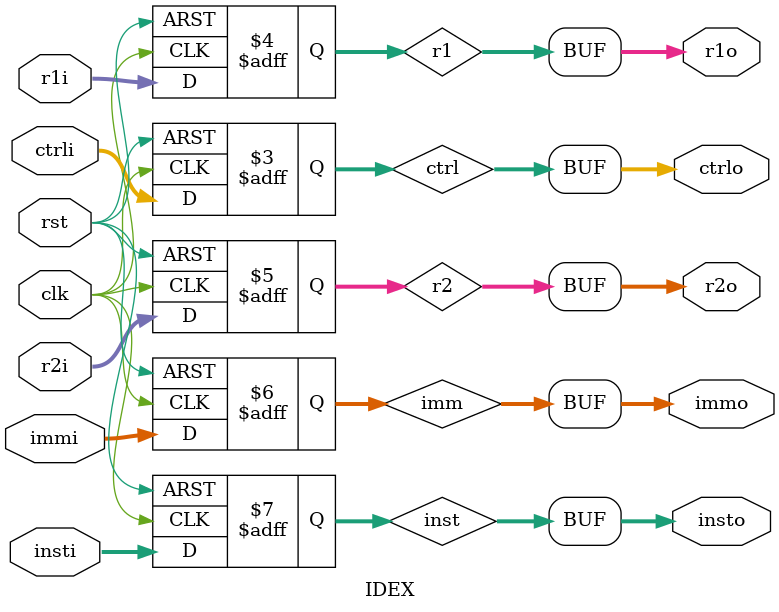
<source format=v>
module IDEX(rst, clk, ctrli, r1i, r2i, immi, insti, ctrlo, r1o, r2o, immo, insto);
input rst, clk;
input[6:0] ctrli;
input[31:0] r1i, r2i, immi, insti;
output[6:0] ctrlo;
output[31:0] r1o, r2o, immo, insto;

reg[6:0] ctrl;
reg[31:0] r1, r2, imm, inst;
assign ctrlo=ctrl;
assign r1o=r1;
assign r2o=r2;
assign immo=imm;
assign insto=inst;

always@(posedge clk or negedge rst)begin
	if(~rst)begin
		ctrl<=6'b0;
		r1<=32'b0;
		r2<=32'b0;
		imm<=32'b0;
		inst<=32'b0;
	end
	else begin
		ctrl<=ctrli;
		r1<=r1i;
		r2<=r2i;
		imm<=immi;
		inst<=insti;
	end
end
endmodule

</source>
